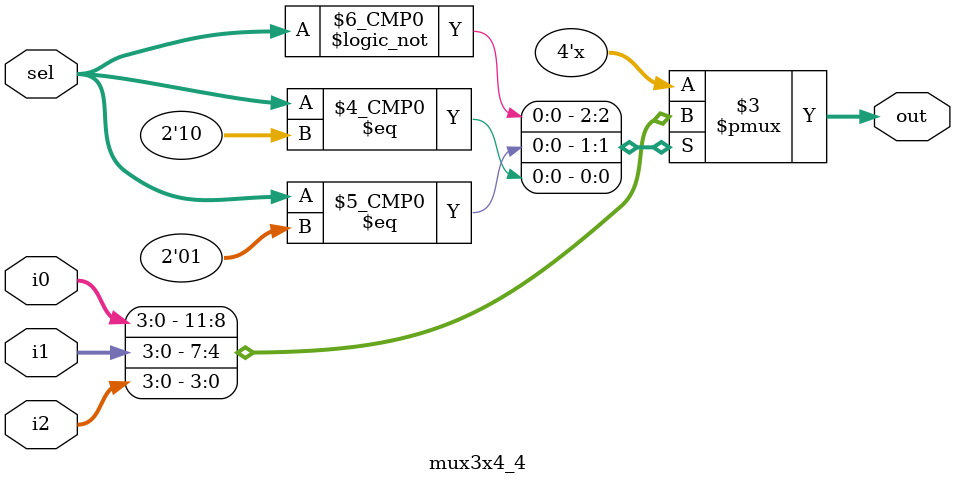
<source format=sv>
`timescale 1ps/1ps
module mux3x4_4(
	input logic [3:0] i0, i1, i2,
	input logic [1:0] sel,
	output logic [3:0] out
);

	always_comb begin
		case(sel)
			2'b00: out = i0;
			2'b01: out = i1;
			2'b10: out = i2;
            default: out = 'X;
		endcase
	end
endmodule

</source>
